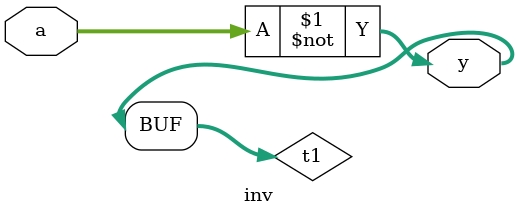
<source format=v>
`timescale 1ns / 1ps
module inv(a, y);
    input [7:0] a;
    output [7:0] y;
wire [7:0] t1;
assign t1 = ~a;
assign y = t1;

endmodule

</source>
